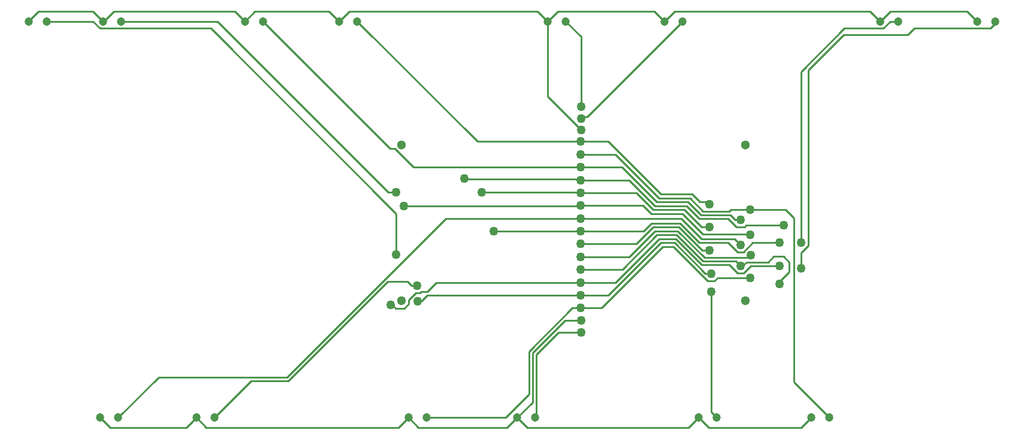
<source format=gbr>
%TF.GenerationSoftware,Altium Limited,Altium Designer,19.1.8 (144)*%
G04 Layer_Physical_Order=2*
G04 Layer_Color=16711680*
%FSLAX26Y26*%
%MOIN*%
%TF.FileFunction,Copper,L2,Bot,Signal*%
%TF.Part,Single*%
G01*
G75*
%TA.AperFunction,Conductor*%
%ADD14C,0.010000*%
%TA.AperFunction,ComponentPad*%
%ADD16C,0.047244*%
%ADD17C,0.051181*%
%TA.AperFunction,ViaPad*%
%ADD18C,0.050000*%
D14*
X1710728Y422244D02*
X2593671Y1305187D01*
X995394Y422244D02*
X1710728D01*
X770000Y196850D02*
X995394Y422244D01*
X1508741Y400591D02*
X1717359D01*
X1305000Y196850D02*
X1508741Y400591D01*
X1717359D02*
X2269760Y952991D01*
X3339756Y1522828D02*
X3343503Y1519081D01*
X2699613Y1522828D02*
X3339756D01*
X2695866Y1526575D02*
X2699613Y1522828D01*
X4262438Y1266732D02*
X4471457D01*
X4254921Y1259216D02*
X4262438Y1266732D01*
X5164370Y2327756D02*
X5199566Y2362952D01*
X4807087Y2327756D02*
X5164370D01*
X4608898Y2129567D02*
X4807087Y2327756D01*
X4568898Y1112723D02*
X4608898Y1152723D01*
X4568898Y1028543D02*
Y1112723D01*
X4608898Y1152723D02*
Y2129567D01*
X5025998Y2362952D02*
X5064620Y2401574D01*
X5110000D01*
X4809802Y2362952D02*
X5025998D01*
X4568898Y2122047D02*
X4809802Y2362952D01*
X4568898Y1169291D02*
Y2122047D01*
X2793307Y1450787D02*
X3340499D01*
X3343503Y1447783D01*
X1322835Y2401574D02*
X2273622Y1450787D01*
X785433Y2401574D02*
X1322835D01*
X2273622Y1450787D02*
X2316929D01*
Y1104331D02*
Y1331693D01*
X1285670Y2362952D02*
X2316929Y1331693D01*
X669435Y2362952D02*
X1285670D01*
X630813Y2401574D02*
X669435Y2362952D01*
X372047Y2401574D02*
X630813D01*
X3094803Y548077D02*
X3217987Y671262D01*
X3254664Y736222D02*
X3345481D01*
X3074803Y556361D02*
X3254664Y736222D01*
X3296260Y806102D02*
X3343503D01*
X3054803Y564646D02*
X3296260Y806102D01*
X3054803Y326457D02*
Y564646D01*
X2925196Y196850D02*
X3054803Y326457D01*
X2485000Y196850D02*
X2925196D01*
X3094803Y201653D02*
Y548077D01*
X3217987Y671262D02*
X3345481D01*
X3074803Y281653D02*
Y556361D01*
X3090000Y196850D02*
X3094803Y201653D01*
X2990000Y196850D02*
X3074803Y281653D01*
X2540236Y948701D02*
X3343503D01*
X2488937Y897402D02*
X2540236Y948701D01*
X3260000Y2401574D02*
X3345472Y2316102D01*
Y1927165D02*
Y2316102D01*
Y1862205D02*
X3353126Y1869858D01*
X3378284D01*
X3910000Y2401574D01*
X2858268Y1234252D02*
X2858449Y1234071D01*
X3343322D01*
X3343503Y1233889D01*
X3160000Y1982716D02*
X3345472Y1797244D01*
X4471457Y1093504D02*
X4503937Y1061024D01*
X4417323Y1093504D02*
X4471457D01*
X4384985Y1061166D02*
X4417323Y1093504D01*
X3160000Y1982716D02*
Y2401574D01*
X4503937Y1006890D02*
Y1061024D01*
X4449803Y952756D02*
X4503937Y1006890D01*
X4449803Y941929D02*
Y952756D01*
X5650000Y2391142D02*
Y2401574D01*
X5621810Y2362952D02*
X5650000Y2391142D01*
X5199566Y2362952D02*
X5621810D01*
X4265887Y1061166D02*
X4384985D01*
X4244092Y1039370D02*
X4265887Y1061166D01*
X4233268Y1039370D02*
X4244092D01*
X4273924Y1085984D02*
X4289835Y1101895D01*
X4032644Y1085984D02*
X4273924D01*
X4249836Y1118465D02*
X4300663Y1169292D01*
X4216699Y1118465D02*
X4249836D01*
X4300663Y1169292D02*
X4449803D01*
X4528898Y392952D02*
Y1306732D01*
Y392952D02*
X4725000Y196850D01*
X4482283Y1353347D02*
X4528898Y1306732D01*
X2768600Y1732974D02*
X3343503D01*
X2100000Y2401574D02*
X2768600Y1732974D01*
X2411666Y1590378D02*
X3343503D01*
X2308895Y1693149D02*
X2411666Y1590378D01*
X2283425Y1693149D02*
X2308895D01*
X1575000Y2401574D02*
X2283425Y1693149D01*
X2456130Y897402D02*
X2488937D01*
X2449831Y891102D02*
X2456130Y897402D01*
X2426073Y891102D02*
X2449831D01*
X2387441Y852470D02*
X2426073Y891102D01*
X2401301Y931102D02*
X2433262D01*
X2457679Y844490D02*
X2490591Y877402D01*
X2436030Y844490D02*
X2457679D01*
X2387441Y829643D02*
Y852470D01*
X2363663Y805865D02*
X2387441Y829643D01*
X2312245Y805865D02*
X2363663D01*
X2379412Y952991D02*
X2401301Y931102D01*
X2295276Y822835D02*
X2312245Y805865D01*
X2284449Y822835D02*
X2295276D01*
X2360236Y1375000D02*
X3342018D01*
X3343503Y1376485D01*
X2490591Y877402D02*
X3343503D01*
X2269760Y952991D02*
X2379412D01*
X2593671Y1305187D02*
X3343503D01*
X4287402Y1353347D02*
X4482283D01*
X4208304Y1259216D02*
X4254921D01*
X4070866Y225984D02*
Y898622D01*
Y225984D02*
X4100000Y196850D01*
X5066103Y2457677D02*
X5493897D01*
X5550000Y2401574D01*
X5010000D02*
X5066103Y2457677D01*
X4953897D02*
X5010000Y2401574D01*
X3866103Y2457677D02*
X4953897D01*
X3810000Y2401574D02*
X3866103Y2457677D01*
X3216103D02*
X3753897D01*
X3810000Y2401574D01*
X3160000D02*
X3216103Y2457677D01*
X2056103D02*
X3103897D01*
X3160000Y2401574D01*
X2000000D02*
X2056103Y2457677D01*
X1531103D02*
X1943897D01*
X2000000Y2401574D01*
X1475000D02*
X1531103Y2457677D01*
X747047D02*
X1418897D01*
X1475000Y2401574D01*
X690944D02*
X747047Y2457677D01*
X685433Y2401574D02*
X690944D01*
X324803Y2457677D02*
X629330D01*
X685433Y2401574D01*
X272047Y2404921D02*
X324803Y2457677D01*
X272047Y2401574D02*
Y2404921D01*
X4056102Y140748D02*
X4568898D01*
X4625000Y196850D01*
X4000000D02*
X4056102Y140748D01*
X3046102D02*
X3943898D01*
X4000000Y196850D01*
X2990000D02*
X3046102Y140748D01*
X2933898D02*
X2990000Y196850D01*
X2441102Y140748D02*
X2933898D01*
X2385000Y196850D02*
X2441102Y140748D01*
X2328898D02*
X2385000Y196850D01*
X1261102Y140748D02*
X2328898D01*
X1205000Y196850D02*
X1261102Y140748D01*
X725394Y141456D02*
X1149606D01*
X1205000Y196850D01*
X670000D02*
X725394Y141456D01*
X3884376Y1234252D02*
X4032644Y1085984D01*
X4024360Y1065984D02*
X4206654D01*
X4037710Y996066D02*
X4070877D01*
X3864485Y1169291D02*
X4037710Y996066D01*
X3857854Y1147638D02*
X4049426Y956066D01*
X4087445D01*
X4105792Y974412D01*
X4016076Y1045984D02*
X4170085D01*
X4105792Y974412D02*
X4287413D01*
X3877746Y1212598D02*
X4024360Y1065984D01*
X3871115Y1190945D02*
X4016076Y1045984D01*
X4170085D02*
X4216699Y999370D01*
X4206654Y1065984D02*
X4233268Y1039370D01*
X4016732Y1255906D02*
X4060039D01*
X3919291Y1353347D02*
X4016732Y1255906D01*
X3746063Y1353347D02*
X3919291D01*
X3908465Y1331693D02*
X4024252Y1215906D01*
X3735236Y1331693D02*
X3908465D01*
X3902490Y1305187D02*
X4016732Y1190945D01*
X3343503Y1305187D02*
X3902490D01*
X4016732Y1190945D02*
X4200787D01*
X4024252Y1215906D02*
X4284109D01*
X4020928Y1125984D02*
X4060039D01*
X3891007Y1255906D02*
X4020928Y1125984D01*
X3746063Y1255906D02*
X3891007D01*
X4004252Y1170945D02*
X4164219D01*
X3897638Y1277559D02*
X4004252Y1170945D01*
X3735236Y1277559D02*
X3897638D01*
X3756890Y1234252D02*
X3884376D01*
X3767716Y1212598D02*
X3877746D01*
X3778543Y1190945D02*
X3871115D01*
X3789370Y1169291D02*
X3864485D01*
X3800197Y1147638D02*
X3857854D01*
X3458662Y806102D02*
X3800197Y1147638D01*
X4200787Y1190945D02*
X4233268Y1158465D01*
X3343503Y806102D02*
X3458662D01*
X3497480Y877402D02*
X3789370Y1169291D01*
X3343503Y877402D02*
X3497480D01*
X3536299Y948701D02*
X3778543Y1190945D01*
X3343503Y948701D02*
X3536299D01*
X3575114Y1019996D02*
X3767716Y1212598D01*
X3343503Y1019996D02*
X3575114D01*
X3613932Y1091294D02*
X3756890Y1234252D01*
X3343503Y1091294D02*
X3613932D01*
X3652749Y1162591D02*
X3746063Y1255906D01*
X3343503Y1162591D02*
X3652749D01*
X3691566Y1233889D02*
X3735236Y1277559D01*
X3343503Y1233889D02*
X3691566D01*
X3332677Y1661676D02*
X3343503D01*
X4216699Y999370D02*
X4249836D01*
X4290821Y1040355D01*
X4448819D01*
X4164219Y1170945D02*
X4216699Y1118465D01*
X3343503Y1732974D02*
X3496357D01*
X3789370Y1439961D01*
X3962598D01*
X4005905Y1396654D01*
X3343503Y1661676D02*
X3535174D01*
X3778543Y1418307D01*
X3951772D01*
X4024252Y1345827D01*
X3573992Y1590378D02*
X3767716Y1396653D01*
X3343503Y1590378D02*
X3573992D01*
X3612809Y1519081D02*
X3756890Y1375000D01*
X3343503Y1519081D02*
X3612809D01*
X3940945Y1396653D02*
X4011772Y1325827D01*
X3767716Y1396653D02*
X3940945D01*
X3934314Y1375000D02*
X4003488Y1305827D01*
X3756890Y1375000D02*
X3934314D01*
X3651627Y1447783D02*
X3746063Y1353347D01*
X3343503Y1447783D02*
X3651627D01*
X3690444Y1376485D02*
X3735236Y1331693D01*
X3343503Y1376485D02*
X3690444D01*
X4284109Y1215906D02*
X4287413Y1212602D01*
X4003488Y1305827D02*
X4161693D01*
X4011772Y1325827D02*
X4176077D01*
X4024252Y1345827D02*
X4170331D01*
X4049213Y1396654D02*
X4060039Y1385827D01*
X4005905Y1396654D02*
X4049213D01*
X4170331Y1345827D02*
X4177851Y1353347D01*
X4287402D01*
X4161693Y1305827D02*
X4208304Y1259216D01*
X4176077Y1325827D02*
X4202687Y1299216D01*
X4233279D01*
X3332677Y1019996D02*
X3343503D01*
X3332677Y1091294D02*
X3343503D01*
X3332677Y1162591D02*
X3343503D01*
D16*
X4725000Y196850D02*
D03*
X4625000D02*
D03*
X4100000D02*
D03*
X4000000D02*
D03*
X2990000D02*
D03*
X3090000D02*
D03*
X2485000D02*
D03*
X2385000D02*
D03*
X1305000D02*
D03*
X1205000D02*
D03*
X372047Y2401574D02*
D03*
X272047D02*
D03*
X785433D02*
D03*
X685433D02*
D03*
X1575000D02*
D03*
X1475000D02*
D03*
X2100000D02*
D03*
X2000000D02*
D03*
X3260000D02*
D03*
X3160000D02*
D03*
X3910000D02*
D03*
X3810000D02*
D03*
X5110000D02*
D03*
X5010000D02*
D03*
X5650000D02*
D03*
X5550000D02*
D03*
X770000Y196850D02*
D03*
X670000D02*
D03*
D17*
X2346850Y846456D02*
D03*
Y1712598D02*
D03*
X4260236Y846456D02*
D03*
Y1712598D02*
D03*
D18*
X4471457Y1266732D02*
D03*
X2793307Y1450787D02*
D03*
X2695866Y1526575D02*
D03*
X3345481Y671262D02*
D03*
X3345472Y1927165D02*
D03*
Y1862205D02*
D03*
X2858268Y1234252D02*
D03*
X3345472Y1797244D02*
D03*
X4568898Y1169291D02*
D03*
X4289835Y1101895D02*
D03*
X4449803Y941929D02*
D03*
X4568898Y1028543D02*
D03*
X3345481Y736222D02*
D03*
X2433262Y931102D02*
D03*
X2436030Y844490D02*
D03*
X2284449Y822835D02*
D03*
X2360236Y1375000D02*
D03*
X2316929Y1450787D02*
D03*
Y1104331D02*
D03*
X4070866Y898622D02*
D03*
X4070877Y996066D02*
D03*
X4448819Y1040355D02*
D03*
X4449803Y1169292D02*
D03*
X4060039Y1125984D02*
D03*
X4233268Y1039370D02*
D03*
X4060039Y1255906D02*
D03*
Y1385827D02*
D03*
X3343503Y806102D02*
D03*
X4287413Y974412D02*
D03*
X4233268Y1158465D02*
D03*
X4287413Y1212602D02*
D03*
X4233279Y1299216D02*
D03*
X4287402Y1353347D02*
D03*
X3343503Y877402D02*
D03*
Y948701D02*
D03*
Y1019996D02*
D03*
Y1091294D02*
D03*
Y1162591D02*
D03*
Y1233889D02*
D03*
Y1305187D02*
D03*
Y1376485D02*
D03*
Y1447783D02*
D03*
Y1519081D02*
D03*
Y1590378D02*
D03*
Y1661676D02*
D03*
Y1732974D02*
D03*
%TF.MD5,8889b9cdefaf0e3a785e7260373ad8cf*%
M02*

</source>
